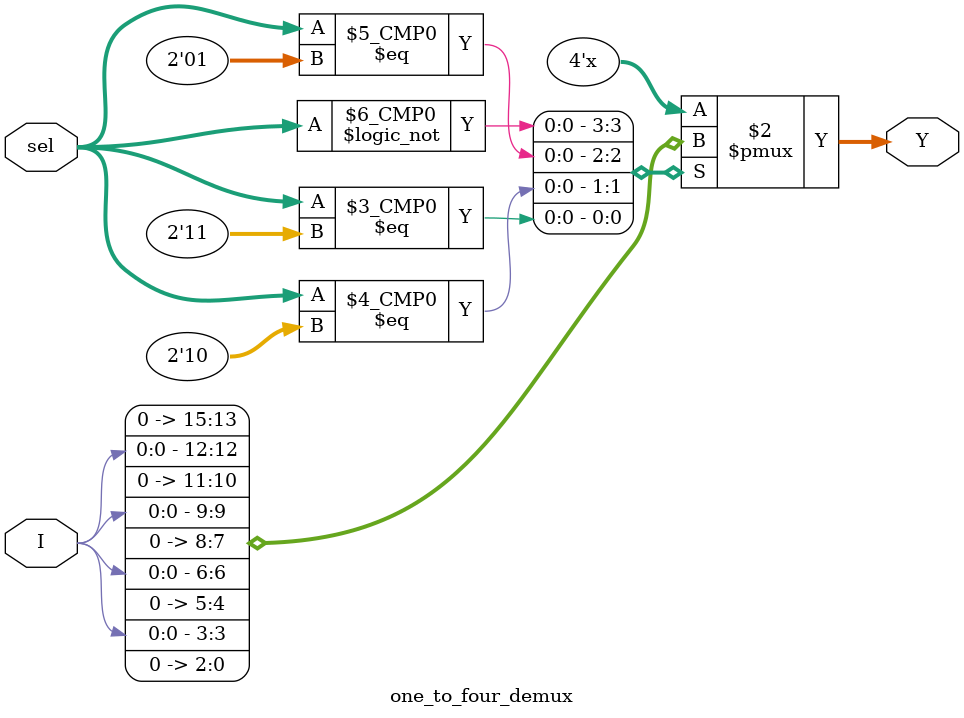
<source format=v>
`timescale 1ns / 1ps


module one_to_four_demux(
    input I,
    input [1:0] sel,
    output reg [3:0] Y
    );
   always @(sel,I)
    case (sel)
        2'b00:Y={3'b000,I};
        2'b01:Y={2'b00,I,1'b0};
        2'b10:Y={1'b0,I,2'b00};
        2'b11:Y={I,3'b000};
   endcase
   
endmodule

</source>
